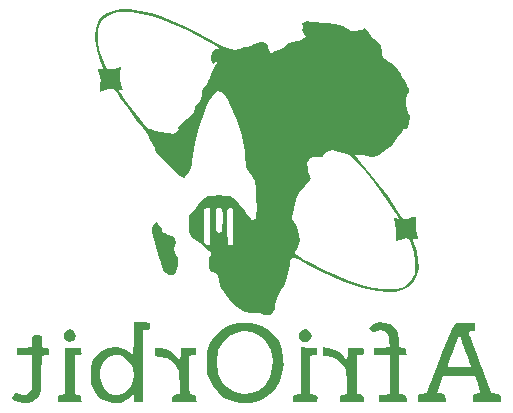
<source format=gbr>
%TF.GenerationSoftware,KiCad,Pcbnew,8.0.7*%
%TF.CreationDate,2025-02-15T14:18:58+03:00*%
%TF.ProjectId,IoT Edge Device V1,496f5420-4564-4676-9520-446576696365,rev?*%
%TF.SameCoordinates,Original*%
%TF.FileFunction,Legend,Bot*%
%TF.FilePolarity,Positive*%
%FSLAX46Y46*%
G04 Gerber Fmt 4.6, Leading zero omitted, Abs format (unit mm)*
G04 Created by KiCad (PCBNEW 8.0.7) date 2025-02-15 14:18:58*
%MOMM*%
%LPD*%
G01*
G04 APERTURE LIST*
%ADD10C,0.000000*%
G04 APERTURE END LIST*
D10*
%TO.C,G\u002A\u002A\u002A*%
G36*
X124931661Y-112303044D02*
G01*
X125125802Y-112427643D01*
X125243002Y-112637560D01*
X125272868Y-112882791D01*
X125205010Y-113113333D01*
X125029036Y-113279181D01*
X124760524Y-113345720D01*
X124510524Y-113274660D01*
X124333948Y-113079832D01*
X124267036Y-112784750D01*
X124267481Y-112766339D01*
X124353906Y-112530293D01*
X124555693Y-112356078D01*
X124823086Y-112288132D01*
X124931661Y-112303044D01*
G37*
G36*
X144754216Y-112290152D02*
G01*
X145000419Y-112385827D01*
X145189078Y-112584950D01*
X145264369Y-112832320D01*
X145210494Y-113014737D01*
X145041285Y-113213320D01*
X145032310Y-113220305D01*
X144844147Y-113339543D01*
X144698770Y-113388798D01*
X144552916Y-113333424D01*
X144372555Y-113177746D01*
X144224883Y-112980196D01*
X144163703Y-112799980D01*
X144168473Y-112746277D01*
X144274575Y-112528106D01*
X144475973Y-112357214D01*
X144714036Y-112288132D01*
X144754216Y-112290152D01*
G37*
G36*
X125774980Y-114171965D02*
G01*
X125781192Y-114251327D01*
X125775261Y-114417025D01*
X125695941Y-114479705D01*
X125499814Y-114489465D01*
X125198369Y-114489465D01*
X125198369Y-116135100D01*
X125198369Y-117780736D01*
X125473536Y-117807267D01*
X125482089Y-117808103D01*
X125660871Y-117844118D01*
X125742564Y-117940328D01*
X125774980Y-118151298D01*
X125801258Y-118468798D01*
X124775036Y-118468798D01*
X123748814Y-118468798D01*
X123775092Y-118151298D01*
X123775802Y-118142811D01*
X123809056Y-117936007D01*
X123892936Y-117842373D01*
X124074989Y-117807383D01*
X124348608Y-117780967D01*
X124371322Y-115817716D01*
X124394036Y-113854465D01*
X125071369Y-113854465D01*
X125748703Y-113854465D01*
X125774980Y-114171965D01*
G37*
G36*
X145031536Y-113829874D02*
G01*
X145730036Y-113854465D01*
X145730036Y-114150798D01*
X145729832Y-114196134D01*
X145709625Y-114368506D01*
X145620599Y-114443922D01*
X145412536Y-114473409D01*
X145095036Y-114499687D01*
X145095036Y-116145576D01*
X145095036Y-117791465D01*
X145299778Y-117791465D01*
X145558921Y-117818840D01*
X145722738Y-117924642D01*
X145772369Y-118125079D01*
X145757301Y-118293833D01*
X145713382Y-118414897D01*
X145622941Y-118434900D01*
X145395208Y-118449215D01*
X145067619Y-118454715D01*
X144676216Y-118450174D01*
X143698036Y-118426465D01*
X143670090Y-118181652D01*
X143688985Y-117964067D01*
X143826428Y-117834156D01*
X144100203Y-117792761D01*
X144333036Y-117791465D01*
X144333036Y-115798374D01*
X144333036Y-113805283D01*
X145031536Y-113829874D01*
G37*
G36*
X122086869Y-112774842D02*
G01*
X122404369Y-112814658D01*
X122404369Y-113308284D01*
X122404369Y-113801910D01*
X122721869Y-113828187D01*
X122770425Y-113832396D01*
X122953318Y-113866393D01*
X123026226Y-113955518D01*
X123039369Y-114150798D01*
X123039258Y-114185037D01*
X123020424Y-114364456D01*
X122933755Y-114442921D01*
X122728529Y-114473012D01*
X122417688Y-114498893D01*
X122389862Y-116039345D01*
X122379669Y-116550206D01*
X122366995Y-116970593D01*
X122349301Y-117275704D01*
X122323092Y-117493734D01*
X122284876Y-117652879D01*
X122231161Y-117781334D01*
X122158452Y-117907296D01*
X121939745Y-118167776D01*
X121608119Y-118397010D01*
X121261954Y-118503146D01*
X120846675Y-118531440D01*
X120451785Y-118472537D01*
X120141363Y-118329390D01*
X120058102Y-118264844D01*
X119915869Y-118113207D01*
X119911632Y-117976536D01*
X120036019Y-117808484D01*
X120158897Y-117693385D01*
X120276852Y-117671409D01*
X120456425Y-117748815D01*
X120474406Y-117757995D01*
X120786623Y-117863673D01*
X121050436Y-117822638D01*
X121310216Y-117628644D01*
X121557703Y-117381157D01*
X121557703Y-115935311D01*
X121557703Y-114489465D01*
X120917592Y-114489465D01*
X120277481Y-114489465D01*
X120303759Y-114171965D01*
X120330036Y-113854465D01*
X120943869Y-113829589D01*
X121557703Y-113804713D01*
X121557703Y-113353123D01*
X121577095Y-113042682D01*
X121655503Y-112848441D01*
X121817319Y-112768023D01*
X122086869Y-112774842D01*
G37*
G36*
X151513528Y-111712008D02*
G01*
X151900836Y-111812886D01*
X152161235Y-111961296D01*
X152403604Y-112237371D01*
X152552390Y-112627616D01*
X152617959Y-113151376D01*
X152647883Y-113802954D01*
X152956626Y-113828709D01*
X152993410Y-113831910D01*
X153178919Y-113867049D01*
X153260549Y-113962181D01*
X153291647Y-114171965D01*
X153317925Y-114489465D01*
X152974147Y-114489465D01*
X152630369Y-114489465D01*
X152630369Y-116140465D01*
X152630369Y-117791465D01*
X152835111Y-117791465D01*
X152879847Y-117791928D01*
X153138113Y-117831498D01*
X153270448Y-117952875D01*
X153307703Y-118181523D01*
X153307703Y-118468798D01*
X152117259Y-118468798D01*
X150926814Y-118468798D01*
X150953092Y-118151298D01*
X150979369Y-117833798D01*
X151423869Y-117808207D01*
X151868369Y-117782616D01*
X151868369Y-116139602D01*
X151868369Y-114496588D01*
X151212203Y-114471860D01*
X150556036Y-114447132D01*
X150556036Y-114150798D01*
X150556036Y-113854465D01*
X151222108Y-113829558D01*
X151888181Y-113804652D01*
X151851790Y-113301551D01*
X151784237Y-112924273D01*
X151615282Y-112596671D01*
X151361366Y-112406161D01*
X151034620Y-112361119D01*
X150647177Y-112469920D01*
X150538674Y-112511801D01*
X150406504Y-112499796D01*
X150269535Y-112364087D01*
X150250894Y-112340591D01*
X150160138Y-112173548D01*
X150197378Y-112049716D01*
X150357784Y-111912357D01*
X150690147Y-111768953D01*
X151092680Y-111699767D01*
X151513528Y-111712008D01*
G37*
G36*
X146628782Y-113839837D02*
G01*
X146726372Y-113853197D01*
X147269614Y-114001637D01*
X147717866Y-114255877D01*
X148042789Y-114600668D01*
X148270036Y-114945357D01*
X148312369Y-114399911D01*
X148354703Y-113854465D01*
X149000355Y-113829926D01*
X149198314Y-113823097D01*
X149448871Y-113822694D01*
X149587998Y-113845741D01*
X149652944Y-113901507D01*
X149680958Y-113999259D01*
X149693212Y-114075633D01*
X149690957Y-114322356D01*
X149586813Y-114451892D01*
X149364495Y-114489465D01*
X149074369Y-114489465D01*
X149074369Y-116140465D01*
X149074369Y-117791465D01*
X149318003Y-117791465D01*
X149568464Y-117847345D01*
X149712046Y-118009674D01*
X149717211Y-118256032D01*
X149717136Y-118256331D01*
X149689853Y-118345753D01*
X149641498Y-118405730D01*
X149542418Y-118442143D01*
X149362963Y-118460872D01*
X149073478Y-118467797D01*
X148644312Y-118468798D01*
X147624814Y-118468798D01*
X147651092Y-118151298D01*
X147651918Y-118141430D01*
X147685247Y-117935369D01*
X147769515Y-117842170D01*
X147952536Y-117807267D01*
X148227703Y-117780736D01*
X148225843Y-116833600D01*
X148217814Y-116364094D01*
X148192186Y-116015171D01*
X148144069Y-115755309D01*
X148068558Y-115544295D01*
X147854392Y-115198064D01*
X147479960Y-114862393D01*
X147010508Y-114649549D01*
X146470869Y-114574604D01*
X146347400Y-114571481D01*
X146241935Y-114535050D01*
X146201964Y-114420144D01*
X146195703Y-114181338D01*
X146195703Y-113788545D01*
X146628782Y-113839837D01*
G37*
G36*
X132187965Y-103165591D02*
G01*
X132225703Y-103307759D01*
X132257414Y-103412873D01*
X132395036Y-103525132D01*
X132493885Y-103583013D01*
X132567062Y-103721337D01*
X132567745Y-103735966D01*
X132629658Y-103924837D01*
X132754755Y-104089614D01*
X132891203Y-104160132D01*
X132921744Y-104164366D01*
X132987703Y-104242141D01*
X133002455Y-104275995D01*
X133106139Y-104278702D01*
X133164813Y-104267986D01*
X133280469Y-104323693D01*
X133327048Y-104368060D01*
X133484355Y-104414132D01*
X133621842Y-104471993D01*
X133718811Y-104652180D01*
X133743158Y-104913315D01*
X133684249Y-105212907D01*
X133634194Y-105375054D01*
X133618636Y-105539561D01*
X133669432Y-105712396D01*
X133796881Y-105962048D01*
X133816590Y-105998344D01*
X133930448Y-106225747D01*
X133978630Y-106402717D01*
X133970184Y-106601030D01*
X133914157Y-106892459D01*
X133851227Y-107129965D01*
X133747603Y-107399955D01*
X133643013Y-107568821D01*
X133490496Y-107673136D01*
X133255532Y-107675401D01*
X133182009Y-107654976D01*
X132917358Y-107541045D01*
X132723978Y-107397234D01*
X132649036Y-107256148D01*
X132640506Y-107200056D01*
X132589613Y-106999351D01*
X132503061Y-106703550D01*
X132392655Y-106354179D01*
X132351476Y-106225890D01*
X132216964Y-105780322D01*
X132093185Y-105335378D01*
X132002594Y-104970711D01*
X131997241Y-104946931D01*
X131921084Y-104644247D01*
X131848064Y-104409356D01*
X131793308Y-104291365D01*
X131727422Y-104135572D01*
X131742182Y-103851347D01*
X131853896Y-103484512D01*
X131856811Y-103477291D01*
X131974154Y-103264317D01*
X132094327Y-103155764D01*
X132187965Y-103165591D01*
G37*
G36*
X134866130Y-115547798D02*
G01*
X134860548Y-115898873D01*
X134862434Y-116384748D01*
X134873977Y-116830967D01*
X134894065Y-117172772D01*
X134914677Y-117394794D01*
X134946006Y-117619570D01*
X134994021Y-117738134D01*
X135077938Y-117788273D01*
X135216971Y-117807772D01*
X135220066Y-117808074D01*
X135397331Y-117843805D01*
X135478975Y-117940085D01*
X135511647Y-118151298D01*
X135537925Y-118468798D01*
X134518427Y-118468798D01*
X134516995Y-118468798D01*
X134088264Y-118467788D01*
X133799131Y-118460838D01*
X133619943Y-118442068D01*
X133521048Y-118405597D01*
X133472794Y-118345545D01*
X133445528Y-118256032D01*
X133447784Y-118017819D01*
X133586351Y-117851806D01*
X133844736Y-117791465D01*
X134088369Y-117791465D01*
X134088369Y-116965406D01*
X134086281Y-116773467D01*
X134070389Y-116389003D01*
X134042273Y-116063524D01*
X134006011Y-115852181D01*
X133797758Y-115385658D01*
X133492426Y-115039798D01*
X134088369Y-115039798D01*
X134130703Y-115082132D01*
X134173036Y-115039798D01*
X134130703Y-114997465D01*
X134088369Y-115039798D01*
X133492426Y-115039798D01*
X133455085Y-114997501D01*
X133000662Y-114726447D01*
X132449835Y-114584991D01*
X132014036Y-114531798D01*
X132014036Y-114193132D01*
X132014036Y-113854465D01*
X132440633Y-113864777D01*
X132956376Y-113953102D01*
X133441633Y-114196886D01*
X133851118Y-114583348D01*
X134130703Y-114932297D01*
X134173036Y-114393381D01*
X134215369Y-113854465D01*
X134850369Y-113854465D01*
X135485369Y-113854465D01*
X135485369Y-114150798D01*
X135469726Y-114350853D01*
X135388138Y-114444988D01*
X135189036Y-114489465D01*
X134892703Y-114531798D01*
X134879417Y-115039798D01*
X134866130Y-115547798D01*
G37*
G36*
X142882146Y-115196562D02*
G01*
X142787469Y-115957549D01*
X142559763Y-116650050D01*
X142209109Y-117258202D01*
X141745586Y-117766141D01*
X141179273Y-118158003D01*
X140520250Y-118417924D01*
X139922856Y-118528705D01*
X139190969Y-118525332D01*
X138504726Y-118368394D01*
X137880408Y-118066260D01*
X137334293Y-117627300D01*
X136882660Y-117059885D01*
X136541789Y-116372385D01*
X136490160Y-116227252D01*
X136425179Y-115987256D01*
X136390081Y-115728215D01*
X136379453Y-115400217D01*
X136385452Y-115082132D01*
X137271849Y-115082132D01*
X137275679Y-115387143D01*
X137300368Y-115747629D01*
X137354526Y-116025243D01*
X137445721Y-116271766D01*
X137703419Y-116720384D01*
X138102092Y-117168156D01*
X138568081Y-117488680D01*
X139030315Y-117656649D01*
X139598011Y-117731690D01*
X140159680Y-117683469D01*
X140660918Y-117511396D01*
X140711293Y-117483696D01*
X141051391Y-117224729D01*
X141382414Y-116868566D01*
X141657300Y-116472349D01*
X141828985Y-116093217D01*
X141853591Y-116003022D01*
X141934117Y-115518102D01*
X141956863Y-114983469D01*
X141921828Y-114468752D01*
X141829011Y-114043577D01*
X141597962Y-113569155D01*
X141218312Y-113116923D01*
X140740040Y-112765727D01*
X140194911Y-112538323D01*
X139614693Y-112457465D01*
X139444189Y-112462969D01*
X138834631Y-112582077D01*
X138298548Y-112849557D01*
X137850805Y-113255999D01*
X137506271Y-113791994D01*
X137455127Y-113900917D01*
X137359494Y-114142881D01*
X137304003Y-114382252D01*
X137278254Y-114676258D01*
X137271849Y-115082132D01*
X136385452Y-115082132D01*
X136387881Y-114953349D01*
X136388670Y-114928044D01*
X136406355Y-114505838D01*
X136435094Y-114199223D01*
X136485310Y-113957036D01*
X136567425Y-113728117D01*
X136691864Y-113461304D01*
X137077870Y-112856109D01*
X137595351Y-112347391D01*
X138222207Y-111964372D01*
X138348369Y-111908460D01*
X138659250Y-111802958D01*
X139004675Y-111741184D01*
X139451665Y-111709230D01*
X139569203Y-111705107D01*
X140128620Y-111717111D01*
X140593178Y-111797733D01*
X141018966Y-111961279D01*
X141462073Y-112222057D01*
X141499739Y-112247553D01*
X142052507Y-112722968D01*
X142466019Y-113294355D01*
X142739262Y-113959921D01*
X142871225Y-114717874D01*
X142877284Y-114983469D01*
X142882146Y-115196562D01*
G37*
G36*
X130955703Y-118468798D02*
G01*
X130574703Y-118468798D01*
X130193703Y-118468798D01*
X130193703Y-118113523D01*
X130193703Y-117758247D01*
X129907973Y-118035188D01*
X129843505Y-118093631D01*
X129567763Y-118293378D01*
X129294139Y-118434239D01*
X129023200Y-118502909D01*
X128549752Y-118523420D01*
X128064515Y-118449175D01*
X127640146Y-118286658D01*
X127453263Y-118164073D01*
X127105302Y-117837501D01*
X126818297Y-117445259D01*
X126641564Y-117048493D01*
X126603931Y-116874446D01*
X126561876Y-116447151D01*
X126561921Y-116204247D01*
X127333497Y-116204247D01*
X127395738Y-116677290D01*
X127560200Y-117112705D01*
X127825657Y-117477133D01*
X128190886Y-117737217D01*
X128564979Y-117857424D01*
X128936834Y-117841845D01*
X129350263Y-117685632D01*
X129672515Y-117451626D01*
X129949251Y-117077451D01*
X130122766Y-116619491D01*
X130180426Y-116112588D01*
X130109594Y-115591587D01*
X130036509Y-115392046D01*
X129833891Y-115057229D01*
X129567632Y-114767933D01*
X129276270Y-114562706D01*
X128998343Y-114480093D01*
X128907780Y-114477649D01*
X128546780Y-114486203D01*
X128287780Y-114535622D01*
X128077036Y-114634938D01*
X127772335Y-114892926D01*
X127520571Y-115278706D01*
X127374700Y-115726933D01*
X127333497Y-116204247D01*
X126561921Y-116204247D01*
X126561964Y-115970686D01*
X126602651Y-115516483D01*
X126682398Y-115155972D01*
X126786356Y-114898356D01*
X127094049Y-114427618D01*
X127508042Y-114087674D01*
X128023984Y-113881516D01*
X128637525Y-113812132D01*
X128880253Y-113816339D01*
X129155041Y-113847201D01*
X129380006Y-113923757D01*
X129626793Y-114064267D01*
X129788053Y-114174016D01*
X129958303Y-114313415D01*
X130024369Y-114402933D01*
X130027121Y-114424782D01*
X130109036Y-114489465D01*
X130119915Y-114481759D01*
X130151038Y-114350547D01*
X130174225Y-114066759D01*
X130188705Y-113643147D01*
X130193703Y-113092465D01*
X130193703Y-111695465D01*
X130865331Y-111695465D01*
X130976501Y-111695740D01*
X131275656Y-111703534D01*
X131453048Y-111728544D01*
X131545717Y-111779416D01*
X131590703Y-111864798D01*
X131597795Y-111888243D01*
X131614087Y-112148936D01*
X131494050Y-112314707D01*
X131246331Y-112372798D01*
X130955703Y-112372798D01*
X130955703Y-115420798D01*
X130955703Y-116112588D01*
X130955703Y-118468798D01*
G37*
G36*
X159663937Y-115486706D02*
G01*
X159870646Y-116033042D01*
X160052721Y-116517124D01*
X160201180Y-116914984D01*
X160307042Y-117202651D01*
X160361322Y-117356156D01*
X160369498Y-117381232D01*
X160433112Y-117545636D01*
X160518561Y-117639830D01*
X160674321Y-117696009D01*
X160948869Y-117746371D01*
X161022760Y-117759172D01*
X161189374Y-117810375D01*
X161254939Y-117916217D01*
X161266369Y-118133968D01*
X161266369Y-118468798D01*
X160081036Y-118468798D01*
X158895703Y-118468798D01*
X158895703Y-118139190D01*
X158897656Y-118058728D01*
X158948600Y-117842451D01*
X159094134Y-117735521D01*
X159368294Y-117706798D01*
X159404555Y-117706260D01*
X159506630Y-117687117D01*
X159551087Y-117620277D01*
X159536515Y-117478395D01*
X159461506Y-117234129D01*
X159324649Y-116860132D01*
X159086157Y-116225132D01*
X157754951Y-116225132D01*
X156423746Y-116225132D01*
X156145009Y-116965965D01*
X155866272Y-117706798D01*
X156104063Y-117706798D01*
X156249515Y-117711084D01*
X156472734Y-117762250D01*
X156581239Y-117895069D01*
X156609703Y-118139190D01*
X156609703Y-118468798D01*
X155424369Y-118468798D01*
X154239036Y-118468798D01*
X154239036Y-118133968D01*
X154239529Y-118056145D01*
X154261819Y-117876604D01*
X154351850Y-117792342D01*
X154556536Y-117746034D01*
X154605097Y-117737850D01*
X154822157Y-117699699D01*
X154949015Y-117674872D01*
X154991569Y-117602694D01*
X155088106Y-117389049D01*
X155230440Y-117051804D01*
X155411278Y-116608832D01*
X155623329Y-116078010D01*
X155859301Y-115477209D01*
X155889315Y-115399632D01*
X156779368Y-115399632D01*
X156779734Y-115404846D01*
X156837013Y-115452017D01*
X157005389Y-115483111D01*
X157304180Y-115500226D01*
X157752703Y-115505465D01*
X157839576Y-115505330D01*
X158258345Y-115498540D01*
X158532046Y-115479853D01*
X158681211Y-115446997D01*
X158726369Y-115397700D01*
X158724723Y-115380796D01*
X158683743Y-115224798D01*
X158598912Y-114968128D01*
X158485231Y-114656867D01*
X158342303Y-114281039D01*
X158166381Y-113817407D01*
X158010307Y-113405111D01*
X157979723Y-113325352D01*
X157869439Y-113057795D01*
X157783366Y-112879265D01*
X157738012Y-112824934D01*
X157726785Y-112842726D01*
X157662120Y-112987386D01*
X157557975Y-113245677D01*
X157426920Y-113583840D01*
X157281524Y-113968116D01*
X157134356Y-114364747D01*
X156997988Y-114739973D01*
X156884987Y-115060035D01*
X156807924Y-115291174D01*
X156779368Y-115399632D01*
X155889315Y-115399632D01*
X156111901Y-114824305D01*
X156410971Y-114052938D01*
X156709119Y-113303066D01*
X156956381Y-112704707D01*
X157151823Y-112260053D01*
X157294512Y-111971295D01*
X157383512Y-111840628D01*
X157395596Y-111830925D01*
X157518274Y-111760635D01*
X157689397Y-111721213D01*
X157949044Y-111707323D01*
X158337292Y-111713628D01*
X159107369Y-111737798D01*
X159107369Y-112076465D01*
X159106895Y-112154059D01*
X159086521Y-112333689D01*
X159005836Y-112412150D01*
X158823893Y-112442282D01*
X158725176Y-112454920D01*
X158592247Y-112508054D01*
X158581428Y-112611616D01*
X158581748Y-112612708D01*
X158623352Y-112730938D01*
X158716964Y-112984652D01*
X158854293Y-113351773D01*
X159027047Y-113810223D01*
X159226934Y-114337923D01*
X159445664Y-114912798D01*
X159630086Y-115397700D01*
X159663937Y-115486706D01*
G37*
G36*
X138505737Y-88586140D02*
G01*
X138705593Y-88623113D01*
X138866614Y-88606970D01*
X139050518Y-88540765D01*
X139092534Y-88523851D01*
X139342165Y-88444015D01*
X139538543Y-88410899D01*
X139549198Y-88410682D01*
X139789826Y-88369333D01*
X140100905Y-88274480D01*
X140408546Y-88151885D01*
X140638860Y-88027304D01*
X140879044Y-87925675D01*
X141150941Y-87924440D01*
X141393305Y-88017471D01*
X141561168Y-88186827D01*
X141609566Y-88414570D01*
X141620818Y-88596357D01*
X141697504Y-88780040D01*
X141720241Y-88806343D01*
X141805799Y-88864823D01*
X141925899Y-88846824D01*
X142136616Y-88748291D01*
X142210390Y-88712662D01*
X142452928Y-88619018D01*
X142633795Y-88581465D01*
X142657868Y-88579237D01*
X142825401Y-88494703D01*
X142993060Y-88325703D01*
X143105938Y-88200003D01*
X143322518Y-88058524D01*
X143634581Y-87951557D01*
X144079036Y-87863386D01*
X144349597Y-87782467D01*
X144585945Y-87653949D01*
X144796520Y-87492117D01*
X144607112Y-87290501D01*
X144494807Y-87149435D01*
X144423596Y-86927857D01*
X144515715Y-86739320D01*
X144568705Y-86645339D01*
X144503649Y-86508674D01*
X144466804Y-86463834D01*
X144425293Y-86384129D01*
X144484520Y-86323856D01*
X144671703Y-86239405D01*
X144848385Y-86196552D01*
X145057627Y-86213525D01*
X145146303Y-86234230D01*
X145390307Y-86267331D01*
X145728480Y-86299015D01*
X146115960Y-86324574D01*
X146365504Y-86339248D01*
X146757421Y-86368130D01*
X147085222Y-86399166D01*
X147296369Y-86427763D01*
X147348315Y-86439045D01*
X147603422Y-86516820D01*
X147898388Y-86630588D01*
X148182998Y-86758237D01*
X148407035Y-86877655D01*
X148520284Y-86966727D01*
X148566698Y-86990950D01*
X148743305Y-87008264D01*
X148994340Y-87000908D01*
X149262448Y-86973539D01*
X149490276Y-86930814D01*
X149620470Y-86877390D01*
X149640331Y-86860178D01*
X149785099Y-86809015D01*
X149927128Y-86907043D01*
X150080975Y-87163298D01*
X150249561Y-87425847D01*
X150574671Y-87692465D01*
X150580715Y-87695704D01*
X150894192Y-87955408D01*
X151105877Y-88318255D01*
X151186969Y-88735198D01*
X151210562Y-88975166D01*
X151307040Y-89201880D01*
X151505786Y-89400433D01*
X151836329Y-89610632D01*
X152048029Y-89745369D01*
X152266569Y-89925304D01*
X152380854Y-90074927D01*
X152450539Y-90205011D01*
X152540316Y-90274798D01*
X152587903Y-90305742D01*
X152698335Y-90451682D01*
X152826074Y-90676965D01*
X152945505Y-90910445D01*
X153129451Y-91262410D01*
X153311641Y-91604445D01*
X153346144Y-91668660D01*
X153476416Y-91924733D01*
X153532903Y-92084322D01*
X153524891Y-92189360D01*
X153461669Y-92281778D01*
X153362244Y-92462785D01*
X153291850Y-92791461D01*
X153280167Y-93183610D01*
X153324321Y-93587160D01*
X153421438Y-93950035D01*
X153568644Y-94220162D01*
X153627901Y-94325783D01*
X153575048Y-94443986D01*
X153561982Y-94459894D01*
X153501588Y-94625752D01*
X153477036Y-94860753D01*
X153474936Y-94921097D01*
X153399507Y-95176831D01*
X153232424Y-95311489D01*
X152996336Y-95304174D01*
X152985443Y-95300674D01*
X152898885Y-95282892D01*
X152960230Y-95338281D01*
X152974415Y-95349336D01*
X153006952Y-95426746D01*
X152941419Y-95548866D01*
X152762200Y-95748009D01*
X152655517Y-95865887D01*
X152460559Y-96121729D01*
X152333578Y-96342621D01*
X152186884Y-96573154D01*
X151981275Y-96762532D01*
X151866944Y-96839280D01*
X151619513Y-97020030D01*
X151360369Y-97222402D01*
X151262689Y-97301262D01*
X150974149Y-97520704D01*
X150750025Y-97646529D01*
X150540367Y-97692106D01*
X150295225Y-97670807D01*
X149964649Y-97596000D01*
X149663389Y-97532417D01*
X149343058Y-97493591D01*
X149127844Y-97503436D01*
X148896215Y-97561572D01*
X149479336Y-98215018D01*
X149555297Y-98300445D01*
X150669380Y-99627254D01*
X151688484Y-100981479D01*
X152580487Y-102320594D01*
X152989010Y-102978724D01*
X153296523Y-102922578D01*
X153312217Y-102919666D01*
X153579644Y-102859384D01*
X153800048Y-102793615D01*
X153894708Y-102760281D01*
X154032409Y-102737044D01*
X154101118Y-102799687D01*
X154117158Y-102975631D01*
X154096847Y-103292298D01*
X154081761Y-103571729D01*
X154103797Y-103909897D01*
X154186440Y-104191638D01*
X154186758Y-104192398D01*
X154289293Y-104459370D01*
X154308880Y-104602301D01*
X154238143Y-104648630D01*
X154069703Y-104625798D01*
X154059780Y-104623664D01*
X153887060Y-104604086D01*
X153815703Y-104629994D01*
X153815898Y-104633152D01*
X153846911Y-104748129D01*
X153920572Y-104972892D01*
X154022076Y-105262092D01*
X154143126Y-105631943D01*
X154306939Y-106405039D01*
X154324147Y-107027498D01*
X154326013Y-107094995D01*
X154205532Y-107695597D01*
X153950679Y-108200628D01*
X153566636Y-108603875D01*
X153058588Y-108899123D01*
X152431718Y-109080157D01*
X151691208Y-109140763D01*
X150842242Y-109074725D01*
X150360216Y-108985248D01*
X149588717Y-108785384D01*
X148732425Y-108509835D01*
X147822715Y-108171201D01*
X146890960Y-107782084D01*
X145968537Y-107355087D01*
X145086819Y-106902810D01*
X144277183Y-106437856D01*
X144086693Y-106322311D01*
X143870871Y-106201541D01*
X143740539Y-106155345D01*
X143660067Y-106173762D01*
X143593824Y-106246832D01*
X143523976Y-106363404D01*
X143445178Y-106573132D01*
X143435524Y-106622530D01*
X143394975Y-106835537D01*
X143336672Y-107145709D01*
X143269764Y-107504465D01*
X143206745Y-107828150D01*
X143124832Y-108173454D01*
X143038398Y-108419400D01*
X142932256Y-108606301D01*
X142791214Y-108774465D01*
X142659574Y-108956731D01*
X142495077Y-109268777D01*
X142341851Y-109630609D01*
X142225733Y-109980353D01*
X142172557Y-110256132D01*
X142128924Y-110595825D01*
X142024250Y-110853900D01*
X141849187Y-111002742D01*
X141709869Y-111062275D01*
X141549882Y-111089550D01*
X141354708Y-111059037D01*
X141063385Y-110968046D01*
X140948940Y-110934225D01*
X140631566Y-110877441D01*
X140361926Y-110874039D01*
X140167038Y-110887285D01*
X139659097Y-110811449D01*
X139165825Y-110588667D01*
X138722099Y-110232583D01*
X138510861Y-110001916D01*
X138269240Y-109708043D01*
X138092717Y-109460026D01*
X138038954Y-109376188D01*
X137844953Y-109103643D01*
X137662444Y-108882172D01*
X137574051Y-108772625D01*
X137462923Y-108527499D01*
X137407949Y-108180972D01*
X137398586Y-108090835D01*
X137304756Y-107738346D01*
X137128606Y-107530383D01*
X136866510Y-107462132D01*
X136763250Y-107430813D01*
X136631348Y-107298364D01*
X136618748Y-107272309D01*
X136558599Y-107012156D01*
X136549509Y-106675862D01*
X136588894Y-106337449D01*
X136674171Y-106070940D01*
X136722929Y-105972478D01*
X136747734Y-105865049D01*
X136706030Y-105756447D01*
X136579532Y-105607700D01*
X136349958Y-105379833D01*
X136347105Y-105377051D01*
X136079037Y-105138154D01*
X135811579Y-104935981D01*
X135602225Y-104814037D01*
X135581451Y-104804965D01*
X135319638Y-104643364D01*
X135092804Y-104435256D01*
X135020849Y-104344820D01*
X134944251Y-104210612D01*
X134903653Y-104045062D01*
X134889910Y-103802246D01*
X134893878Y-103436239D01*
X134895496Y-103362936D01*
X136122785Y-103362936D01*
X136125833Y-103809432D01*
X136136042Y-104233799D01*
X136153251Y-104599862D01*
X136177296Y-104871442D01*
X136208015Y-105012364D01*
X136243930Y-105063856D01*
X136397442Y-105159370D01*
X136565343Y-105163355D01*
X136675437Y-105067324D01*
X136685822Y-104983179D01*
X136694827Y-104750144D01*
X136699415Y-104402014D01*
X136699237Y-103968628D01*
X136693947Y-103479824D01*
X136687673Y-103080711D01*
X137152142Y-103080711D01*
X137154008Y-103564246D01*
X137179540Y-103885672D01*
X137228546Y-104042180D01*
X137267230Y-104083263D01*
X137444146Y-104154779D01*
X137627436Y-104058532D01*
X137649807Y-104014668D01*
X137686637Y-103822272D01*
X137712424Y-103527140D01*
X137726566Y-103173466D01*
X137726743Y-103139147D01*
X138077599Y-103139147D01*
X138081350Y-103361091D01*
X138095674Y-103820761D01*
X138116621Y-104251643D01*
X138127714Y-104402014D01*
X138141099Y-104583465D01*
X138171850Y-104851669D01*
X138214250Y-105037304D01*
X138279935Y-105127254D01*
X138385581Y-105160903D01*
X138513057Y-105152946D01*
X138620492Y-105073262D01*
X138631452Y-104988108D01*
X138641141Y-104753672D01*
X138646270Y-104404325D01*
X138646447Y-103970069D01*
X138641280Y-103480908D01*
X138634140Y-103063443D01*
X138623661Y-102641746D01*
X138609312Y-102347651D01*
X138588147Y-102157387D01*
X138557220Y-102047180D01*
X138513586Y-101993256D01*
X138454299Y-101971842D01*
X138302134Y-101977784D01*
X138190477Y-102078948D01*
X138119668Y-102294355D01*
X138083958Y-102641817D01*
X138081866Y-102805444D01*
X138077599Y-103139147D01*
X137726743Y-103139147D01*
X137728463Y-102805444D01*
X137717512Y-102467266D01*
X137693113Y-102203129D01*
X137654665Y-102057224D01*
X137564601Y-101992536D01*
X137380795Y-101972557D01*
X137315508Y-101984461D01*
X137249301Y-102020734D01*
X137206936Y-102106821D01*
X137181592Y-102272594D01*
X137166447Y-102547923D01*
X137154679Y-102962680D01*
X137152142Y-103080711D01*
X136687673Y-103080711D01*
X136670703Y-102001132D01*
X136468611Y-101972557D01*
X136325815Y-101979858D01*
X136194741Y-102057224D01*
X136185459Y-102079216D01*
X136158236Y-102252453D01*
X136138824Y-102548270D01*
X136127061Y-102930490D01*
X136122785Y-103362936D01*
X134895496Y-103362936D01*
X134910278Y-102693122D01*
X135432308Y-101982414D01*
X135602468Y-101756952D01*
X135906721Y-101405930D01*
X136196884Y-101171598D01*
X136515656Y-101031546D01*
X136905736Y-100963369D01*
X137409823Y-100944658D01*
X137513851Y-100944745D01*
X137965635Y-100961087D01*
X138317810Y-101019050D01*
X138607971Y-101139199D01*
X138873709Y-101342102D01*
X139152620Y-101648325D01*
X139482298Y-102078433D01*
X139497779Y-102099417D01*
X139746463Y-102429120D01*
X139966276Y-102707713D01*
X140133891Y-102906405D01*
X140225983Y-102996403D01*
X140321373Y-103009567D01*
X140480925Y-102920147D01*
X140487508Y-102913367D01*
X140537307Y-102839323D01*
X140571824Y-102723450D01*
X140577136Y-102677190D01*
X143575663Y-102677190D01*
X143617104Y-102932325D01*
X143780680Y-103226056D01*
X143902348Y-103424485D01*
X144076017Y-103834124D01*
X144113803Y-103970069D01*
X144203714Y-104293542D01*
X144261939Y-104729327D01*
X144230420Y-105018897D01*
X144049936Y-105442246D01*
X143965568Y-105589858D01*
X143864474Y-105780386D01*
X143825036Y-105875707D01*
X143854490Y-105911643D01*
X144010251Y-106021224D01*
X144278670Y-106183884D01*
X144635682Y-106386383D01*
X145057218Y-106615478D01*
X145519215Y-106857932D01*
X145997605Y-107100503D01*
X146468323Y-107329950D01*
X147285105Y-107704872D01*
X148286560Y-108117824D01*
X149217442Y-108442350D01*
X150110941Y-108690851D01*
X150561582Y-108784497D01*
X151227543Y-108871099D01*
X151861898Y-108896359D01*
X152422983Y-108859251D01*
X152869133Y-108758749D01*
X153091925Y-108660617D01*
X153488476Y-108382535D01*
X153800723Y-108025204D01*
X153986211Y-107631465D01*
X154014656Y-107504694D01*
X154054157Y-107027498D01*
X154022753Y-106463308D01*
X153924965Y-105860488D01*
X153765311Y-105267402D01*
X153676597Y-105004487D01*
X153585937Y-104772356D01*
X153506600Y-104646113D01*
X153416554Y-104593801D01*
X153293766Y-104583465D01*
X153271274Y-104583944D01*
X153015157Y-104624521D01*
X152744310Y-104710465D01*
X152686527Y-104734320D01*
X152497297Y-104807849D01*
X152401624Y-104837465D01*
X152389742Y-104772816D01*
X152394664Y-104581676D01*
X152417022Y-104308298D01*
X152428070Y-103812415D01*
X152340010Y-103355798D01*
X152288306Y-103187305D01*
X152228873Y-102964230D01*
X152229390Y-102855802D01*
X152295685Y-102831075D01*
X152433590Y-102859100D01*
X152660144Y-102915962D01*
X152460714Y-102585547D01*
X152276110Y-102287417D01*
X151760868Y-101511341D01*
X151165096Y-100677288D01*
X150519236Y-99825878D01*
X149853730Y-98997730D01*
X149199021Y-98233465D01*
X149037606Y-98052315D01*
X148826137Y-97825295D01*
X148654123Y-97672776D01*
X148474987Y-97562475D01*
X148242152Y-97462111D01*
X147909041Y-97339402D01*
X147565992Y-97228286D01*
X147073188Y-97134573D01*
X146692701Y-97162100D01*
X146420163Y-97311511D01*
X146251202Y-97583450D01*
X146239485Y-97611798D01*
X146164420Y-97688234D01*
X146009397Y-97719301D01*
X145730512Y-97716193D01*
X145715173Y-97715503D01*
X145416791Y-97718179D01*
X145215625Y-97769363D01*
X145045232Y-97885466D01*
X145022350Y-97905816D01*
X144881982Y-98087084D01*
X144875659Y-98275222D01*
X144886111Y-98320273D01*
X144930628Y-98560288D01*
X144971548Y-98839969D01*
X144985141Y-98931226D01*
X145038489Y-99157701D01*
X145098608Y-99286903D01*
X145147262Y-99348716D01*
X145167283Y-99462955D01*
X145103113Y-99616779D01*
X144941945Y-99835924D01*
X144670970Y-100146123D01*
X144579433Y-100249799D01*
X144356248Y-100526712D01*
X144189736Y-100768089D01*
X144110564Y-100930977D01*
X144054430Y-101106213D01*
X143938602Y-101347117D01*
X143896876Y-101434543D01*
X143823181Y-101686894D01*
X143775011Y-101982117D01*
X143753846Y-102147812D01*
X143704896Y-102379779D01*
X143651373Y-102504898D01*
X143575663Y-102677190D01*
X140577136Y-102677190D01*
X140592858Y-102540271D01*
X140602209Y-102264308D01*
X140601674Y-101870083D01*
X140593054Y-101332120D01*
X140591021Y-101230700D01*
X140575411Y-100668204D01*
X140549466Y-100238777D01*
X140504903Y-99911033D01*
X140433442Y-99653590D01*
X140326803Y-99435062D01*
X140176704Y-99224066D01*
X139974864Y-98989217D01*
X139965751Y-98979025D01*
X139843108Y-98830148D01*
X139762457Y-98685869D01*
X139711389Y-98502747D01*
X139677495Y-98237343D01*
X139648367Y-97846217D01*
X139580477Y-97157573D01*
X139332440Y-95874459D01*
X138923781Y-94585834D01*
X138351308Y-93280465D01*
X138161970Y-92906964D01*
X137975948Y-92569945D01*
X137823739Y-92346985D01*
X137686194Y-92215585D01*
X137544163Y-92153245D01*
X137378496Y-92137465D01*
X137344968Y-92138810D01*
X137175351Y-92192963D01*
X137003108Y-92338734D01*
X136815148Y-92593260D01*
X136598382Y-92973674D01*
X136339718Y-93497110D01*
X136215075Y-93769302D01*
X135705883Y-95123706D01*
X135347133Y-96546084D01*
X135142904Y-98021025D01*
X135107237Y-98363399D01*
X135055698Y-98616777D01*
X134974774Y-98801118D01*
X134848290Y-98968435D01*
X134801500Y-99022736D01*
X134635000Y-99231291D01*
X134525229Y-99391622D01*
X134493801Y-99436590D01*
X134428658Y-99460439D01*
X134321953Y-99411597D01*
X134146708Y-99275323D01*
X133875944Y-99036878D01*
X133352089Y-98557029D01*
X132805604Y-98028344D01*
X132395926Y-97593228D01*
X132121652Y-97250168D01*
X131981376Y-96997654D01*
X131965516Y-96954636D01*
X131842489Y-96677779D01*
X131711839Y-96450301D01*
X131596272Y-96249845D01*
X131505132Y-96016337D01*
X131495657Y-95987126D01*
X131395305Y-95797846D01*
X131221222Y-95539631D01*
X131004508Y-95259501D01*
X130787704Y-94992483D01*
X130433365Y-94541402D01*
X130058431Y-94050169D01*
X129688361Y-93553114D01*
X129348612Y-93084564D01*
X129064642Y-92678850D01*
X128861908Y-92370298D01*
X128705337Y-92131373D01*
X128544388Y-91959778D01*
X128366552Y-91896398D01*
X128125421Y-91927026D01*
X127774586Y-92037457D01*
X127345135Y-92185921D01*
X127382112Y-91547172D01*
X127391783Y-91215103D01*
X127363601Y-90861997D01*
X127282396Y-90581271D01*
X127273871Y-90560879D01*
X127181441Y-90330544D01*
X127165351Y-90221772D01*
X127238156Y-90201149D01*
X127412414Y-90235257D01*
X127568917Y-90263268D01*
X127638648Y-90239612D01*
X127610908Y-90136151D01*
X127454537Y-89748592D01*
X127263381Y-89202399D01*
X127100795Y-88657746D01*
X126981530Y-88165079D01*
X126920339Y-87774839D01*
X126906454Y-87496654D01*
X126913604Y-87415785D01*
X127134060Y-87415785D01*
X127197369Y-88094103D01*
X127374213Y-88844086D01*
X127662825Y-89648617D01*
X127765087Y-89890329D01*
X127870141Y-90106680D01*
X127961229Y-90221477D01*
X128066639Y-90266817D01*
X128214656Y-90274798D01*
X128235748Y-90274486D01*
X128524232Y-90234143D01*
X128812422Y-90146687D01*
X128875855Y-90120852D01*
X129057166Y-90055910D01*
X129140694Y-90040853D01*
X129142266Y-90083617D01*
X129120211Y-90252852D01*
X129075198Y-90502291D01*
X129052185Y-90629990D01*
X129031879Y-90890500D01*
X129064827Y-91153682D01*
X129157367Y-91496184D01*
X129326692Y-92050918D01*
X129112569Y-91997177D01*
X129057175Y-91984327D01*
X128949365Y-91983313D01*
X128964735Y-92061617D01*
X129019922Y-92156400D01*
X129214285Y-92461264D01*
X129465294Y-92827129D01*
X129755829Y-93231830D01*
X130068769Y-93653199D01*
X130386996Y-94069072D01*
X130693390Y-94457280D01*
X130970831Y-94795659D01*
X131202199Y-95062042D01*
X131370374Y-95234263D01*
X131458238Y-95290155D01*
X131538501Y-95291844D01*
X131710156Y-95350759D01*
X131801267Y-95388104D01*
X132070247Y-95459950D01*
X132491181Y-95544462D01*
X133072369Y-95643423D01*
X133230837Y-95674278D01*
X133454304Y-95732378D01*
X133504706Y-95738587D01*
X133660388Y-95690931D01*
X133826203Y-95581637D01*
X133962649Y-95446740D01*
X134030222Y-95322272D01*
X133989419Y-95244266D01*
X133986295Y-95179838D01*
X134102820Y-95017398D01*
X134337060Y-94767570D01*
X134680728Y-94439131D01*
X135125536Y-94040859D01*
X135281279Y-93857782D01*
X135358369Y-93611311D01*
X135427447Y-93382010D01*
X135654703Y-93105648D01*
X135771152Y-92987181D01*
X135911648Y-92771720D01*
X135951036Y-92536785D01*
X135956339Y-92408625D01*
X136019057Y-92070025D01*
X136136581Y-91792521D01*
X136288869Y-91629911D01*
X136395389Y-91532054D01*
X136492555Y-91338108D01*
X136522277Y-91248946D01*
X136619709Y-91011614D01*
X136762143Y-90694425D01*
X136930404Y-90341042D01*
X137019226Y-90158601D01*
X137210641Y-89755960D01*
X137346211Y-89455804D01*
X137420861Y-89270324D01*
X137429516Y-89211710D01*
X137367101Y-89292153D01*
X137245511Y-89463146D01*
X137084696Y-89667926D01*
X136906023Y-89883344D01*
X136804624Y-89576102D01*
X136778552Y-89489783D01*
X136746716Y-89223554D01*
X136806199Y-88925162D01*
X136822637Y-88871384D01*
X136901255Y-88679522D01*
X137007122Y-88598280D01*
X137192105Y-88581465D01*
X137219372Y-88581139D01*
X137400809Y-88558529D01*
X137475036Y-88511238D01*
X137474645Y-88508949D01*
X137395601Y-88437287D01*
X137198764Y-88303276D01*
X136912423Y-88125244D01*
X136564869Y-87921522D01*
X135790916Y-87495922D01*
X134719328Y-86958756D01*
X133670856Y-86491688D01*
X132661186Y-86099693D01*
X131705999Y-85787747D01*
X130820981Y-85560828D01*
X130021815Y-85423910D01*
X129324185Y-85381971D01*
X128743774Y-85439986D01*
X128529068Y-85494274D01*
X128010367Y-85711467D01*
X127601378Y-86018124D01*
X127327237Y-86397260D01*
X127186051Y-86826248D01*
X127134060Y-87415785D01*
X126913604Y-87415785D01*
X126963908Y-86846838D01*
X127151767Y-86298975D01*
X127464732Y-85855567D01*
X127897508Y-85519119D01*
X128444796Y-85292132D01*
X129101299Y-85177112D01*
X129861721Y-85176560D01*
X130720764Y-85292981D01*
X131673131Y-85528877D01*
X132466138Y-85789645D01*
X133440736Y-86162675D01*
X134459945Y-86600323D01*
X135476997Y-87081379D01*
X136445125Y-87584630D01*
X137317561Y-88088866D01*
X137509476Y-88195379D01*
X137870390Y-88363660D01*
X138226536Y-88499967D01*
X138263054Y-88511238D01*
X138505737Y-88586140D01*
G37*
%TD*%
M02*

</source>
